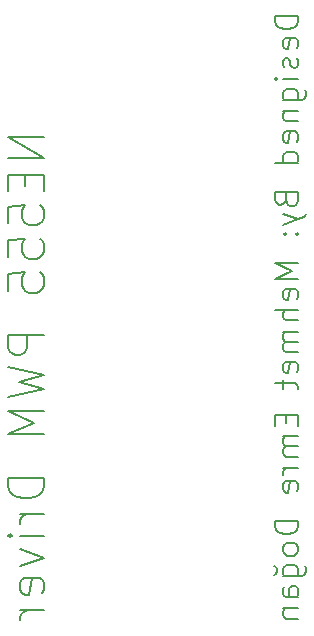
<source format=gbr>
%TF.GenerationSoftware,KiCad,Pcbnew,(6.0.2)*%
%TF.CreationDate,2022-03-20T02:44:05+03:00*%
%TF.ProjectId,NE555_PWM_Driver,4e453535-355f-4505-974d-5f4472697665,rev?*%
%TF.SameCoordinates,Original*%
%TF.FileFunction,Legend,Bot*%
%TF.FilePolarity,Positive*%
%FSLAX46Y46*%
G04 Gerber Fmt 4.6, Leading zero omitted, Abs format (unit mm)*
G04 Created by KiCad (PCBNEW (6.0.2)) date 2022-03-20 02:44:05*
%MOMM*%
%LPD*%
G01*
G04 APERTURE LIST*
%ADD10C,0.150000*%
G04 APERTURE END LIST*
D10*
X178904761Y-71476190D02*
X176904761Y-71476190D01*
X176904761Y-71952380D01*
X177000000Y-72238095D01*
X177190476Y-72428571D01*
X177380952Y-72523809D01*
X177761904Y-72619047D01*
X178047619Y-72619047D01*
X178428571Y-72523809D01*
X178619047Y-72428571D01*
X178809523Y-72238095D01*
X178904761Y-71952380D01*
X178904761Y-71476190D01*
X178809523Y-74238095D02*
X178904761Y-74047619D01*
X178904761Y-73666666D01*
X178809523Y-73476190D01*
X178619047Y-73380952D01*
X177857142Y-73380952D01*
X177666666Y-73476190D01*
X177571428Y-73666666D01*
X177571428Y-74047619D01*
X177666666Y-74238095D01*
X177857142Y-74333333D01*
X178047619Y-74333333D01*
X178238095Y-73380952D01*
X178809523Y-75095238D02*
X178904761Y-75285714D01*
X178904761Y-75666666D01*
X178809523Y-75857142D01*
X178619047Y-75952380D01*
X178523809Y-75952380D01*
X178333333Y-75857142D01*
X178238095Y-75666666D01*
X178238095Y-75380952D01*
X178142857Y-75190476D01*
X177952380Y-75095238D01*
X177857142Y-75095238D01*
X177666666Y-75190476D01*
X177571428Y-75380952D01*
X177571428Y-75666666D01*
X177666666Y-75857142D01*
X178904761Y-76809523D02*
X177571428Y-76809523D01*
X176904761Y-76809523D02*
X177000000Y-76714285D01*
X177095238Y-76809523D01*
X177000000Y-76904761D01*
X176904761Y-76809523D01*
X177095238Y-76809523D01*
X177571428Y-78619047D02*
X179190476Y-78619047D01*
X179380952Y-78523809D01*
X179476190Y-78428571D01*
X179571428Y-78238095D01*
X179571428Y-77952380D01*
X179476190Y-77761904D01*
X178809523Y-78619047D02*
X178904761Y-78428571D01*
X178904761Y-78047619D01*
X178809523Y-77857142D01*
X178714285Y-77761904D01*
X178523809Y-77666666D01*
X177952380Y-77666666D01*
X177761904Y-77761904D01*
X177666666Y-77857142D01*
X177571428Y-78047619D01*
X177571428Y-78428571D01*
X177666666Y-78619047D01*
X177571428Y-79571428D02*
X178904761Y-79571428D01*
X177761904Y-79571428D02*
X177666666Y-79666666D01*
X177571428Y-79857142D01*
X177571428Y-80142857D01*
X177666666Y-80333333D01*
X177857142Y-80428571D01*
X178904761Y-80428571D01*
X178809523Y-82142857D02*
X178904761Y-81952380D01*
X178904761Y-81571428D01*
X178809523Y-81380952D01*
X178619047Y-81285714D01*
X177857142Y-81285714D01*
X177666666Y-81380952D01*
X177571428Y-81571428D01*
X177571428Y-81952380D01*
X177666666Y-82142857D01*
X177857142Y-82238095D01*
X178047619Y-82238095D01*
X178238095Y-81285714D01*
X178904761Y-83952380D02*
X176904761Y-83952380D01*
X178809523Y-83952380D02*
X178904761Y-83761904D01*
X178904761Y-83380952D01*
X178809523Y-83190476D01*
X178714285Y-83095238D01*
X178523809Y-83000000D01*
X177952380Y-83000000D01*
X177761904Y-83095238D01*
X177666666Y-83190476D01*
X177571428Y-83380952D01*
X177571428Y-83761904D01*
X177666666Y-83952380D01*
X177857142Y-87095238D02*
X177952380Y-87380952D01*
X178047619Y-87476190D01*
X178238095Y-87571428D01*
X178523809Y-87571428D01*
X178714285Y-87476190D01*
X178809523Y-87380952D01*
X178904761Y-87190476D01*
X178904761Y-86428571D01*
X176904761Y-86428571D01*
X176904761Y-87095238D01*
X177000000Y-87285714D01*
X177095238Y-87380952D01*
X177285714Y-87476190D01*
X177476190Y-87476190D01*
X177666666Y-87380952D01*
X177761904Y-87285714D01*
X177857142Y-87095238D01*
X177857142Y-86428571D01*
X177571428Y-88238095D02*
X178904761Y-88714285D01*
X177571428Y-89190476D02*
X178904761Y-88714285D01*
X179380952Y-88523809D01*
X179476190Y-88428571D01*
X179571428Y-88238095D01*
X178714285Y-89952380D02*
X178809523Y-90047619D01*
X178904761Y-89952380D01*
X178809523Y-89857142D01*
X178714285Y-89952380D01*
X178904761Y-89952380D01*
X177666666Y-89952380D02*
X177761904Y-90047619D01*
X177857142Y-89952380D01*
X177761904Y-89857142D01*
X177666666Y-89952380D01*
X177857142Y-89952380D01*
X178904761Y-92428571D02*
X176904761Y-92428571D01*
X178333333Y-93095238D01*
X176904761Y-93761904D01*
X178904761Y-93761904D01*
X178809523Y-95476190D02*
X178904761Y-95285714D01*
X178904761Y-94904761D01*
X178809523Y-94714285D01*
X178619047Y-94619047D01*
X177857142Y-94619047D01*
X177666666Y-94714285D01*
X177571428Y-94904761D01*
X177571428Y-95285714D01*
X177666666Y-95476190D01*
X177857142Y-95571428D01*
X178047619Y-95571428D01*
X178238095Y-94619047D01*
X178904761Y-96428571D02*
X176904761Y-96428571D01*
X178904761Y-97285714D02*
X177857142Y-97285714D01*
X177666666Y-97190476D01*
X177571428Y-97000000D01*
X177571428Y-96714285D01*
X177666666Y-96523809D01*
X177761904Y-96428571D01*
X178904761Y-98238095D02*
X177571428Y-98238095D01*
X177761904Y-98238095D02*
X177666666Y-98333333D01*
X177571428Y-98523809D01*
X177571428Y-98809523D01*
X177666666Y-99000000D01*
X177857142Y-99095238D01*
X178904761Y-99095238D01*
X177857142Y-99095238D02*
X177666666Y-99190476D01*
X177571428Y-99380952D01*
X177571428Y-99666666D01*
X177666666Y-99857142D01*
X177857142Y-99952380D01*
X178904761Y-99952380D01*
X178809523Y-101666666D02*
X178904761Y-101476190D01*
X178904761Y-101095238D01*
X178809523Y-100904761D01*
X178619047Y-100809523D01*
X177857142Y-100809523D01*
X177666666Y-100904761D01*
X177571428Y-101095238D01*
X177571428Y-101476190D01*
X177666666Y-101666666D01*
X177857142Y-101761904D01*
X178047619Y-101761904D01*
X178238095Y-100809523D01*
X177571428Y-102333333D02*
X177571428Y-103095238D01*
X176904761Y-102619047D02*
X178619047Y-102619047D01*
X178809523Y-102714285D01*
X178904761Y-102904761D01*
X178904761Y-103095238D01*
X177857142Y-105285714D02*
X177857142Y-105952380D01*
X178904761Y-106238095D02*
X178904761Y-105285714D01*
X176904761Y-105285714D01*
X176904761Y-106238095D01*
X178904761Y-107095238D02*
X177571428Y-107095238D01*
X177761904Y-107095238D02*
X177666666Y-107190476D01*
X177571428Y-107380952D01*
X177571428Y-107666666D01*
X177666666Y-107857142D01*
X177857142Y-107952380D01*
X178904761Y-107952380D01*
X177857142Y-107952380D02*
X177666666Y-108047619D01*
X177571428Y-108238095D01*
X177571428Y-108523809D01*
X177666666Y-108714285D01*
X177857142Y-108809523D01*
X178904761Y-108809523D01*
X178904761Y-109761904D02*
X177571428Y-109761904D01*
X177952380Y-109761904D02*
X177761904Y-109857142D01*
X177666666Y-109952380D01*
X177571428Y-110142857D01*
X177571428Y-110333333D01*
X178809523Y-111761904D02*
X178904761Y-111571428D01*
X178904761Y-111190476D01*
X178809523Y-110999999D01*
X178619047Y-110904761D01*
X177857142Y-110904761D01*
X177666666Y-110999999D01*
X177571428Y-111190476D01*
X177571428Y-111571428D01*
X177666666Y-111761904D01*
X177857142Y-111857142D01*
X178047619Y-111857142D01*
X178238095Y-110904761D01*
X178904761Y-114238095D02*
X176904761Y-114238095D01*
X176904761Y-114714285D01*
X177000000Y-114999999D01*
X177190476Y-115190476D01*
X177380952Y-115285714D01*
X177761904Y-115380952D01*
X178047619Y-115380952D01*
X178428571Y-115285714D01*
X178619047Y-115190476D01*
X178809523Y-114999999D01*
X178904761Y-114714285D01*
X178904761Y-114238095D01*
X178904761Y-116523809D02*
X178809523Y-116333333D01*
X178714285Y-116238095D01*
X178523809Y-116142857D01*
X177952380Y-116142857D01*
X177761904Y-116238095D01*
X177666666Y-116333333D01*
X177571428Y-116523809D01*
X177571428Y-116809523D01*
X177666666Y-116999999D01*
X177761904Y-117095238D01*
X177952380Y-117190476D01*
X178523809Y-117190476D01*
X178714285Y-117095238D01*
X178809523Y-116999999D01*
X178904761Y-116809523D01*
X178904761Y-116523809D01*
X177571428Y-118904761D02*
X179190476Y-118904761D01*
X179380952Y-118809523D01*
X179476190Y-118714285D01*
X179571428Y-118523809D01*
X179571428Y-118238095D01*
X179476190Y-118047619D01*
X178809523Y-118904761D02*
X178904761Y-118714285D01*
X178904761Y-118333333D01*
X178809523Y-118142857D01*
X178714285Y-118047619D01*
X178523809Y-117952380D01*
X177952380Y-117952380D01*
X177761904Y-118047619D01*
X177666666Y-118142857D01*
X177571428Y-118333333D01*
X177571428Y-118714285D01*
X177666666Y-118904761D01*
X176809523Y-118047619D02*
X177000000Y-118142857D01*
X177095238Y-118333333D01*
X177095238Y-118523809D01*
X177000000Y-118714285D01*
X176809523Y-118809523D01*
X178904761Y-120714285D02*
X177857142Y-120714285D01*
X177666666Y-120619047D01*
X177571428Y-120428571D01*
X177571428Y-120047619D01*
X177666666Y-119857142D01*
X178809523Y-120714285D02*
X178904761Y-120523809D01*
X178904761Y-120047619D01*
X178809523Y-119857142D01*
X178619047Y-119761904D01*
X178428571Y-119761904D01*
X178238095Y-119857142D01*
X178142857Y-120047619D01*
X178142857Y-120523809D01*
X178047619Y-120714285D01*
X177571428Y-121666666D02*
X178904761Y-121666666D01*
X177761904Y-121666666D02*
X177666666Y-121761904D01*
X177571428Y-121952380D01*
X177571428Y-122238095D01*
X177666666Y-122428571D01*
X177857142Y-122523809D01*
X178904761Y-122523809D01*
X157357142Y-81785714D02*
X154357142Y-81785714D01*
X157357142Y-83500000D01*
X154357142Y-83500000D01*
X155785714Y-84928571D02*
X155785714Y-85928571D01*
X157357142Y-86357142D02*
X157357142Y-84928571D01*
X154357142Y-84928571D01*
X154357142Y-86357142D01*
X154357142Y-89071428D02*
X154357142Y-87642857D01*
X155785714Y-87500000D01*
X155642857Y-87642857D01*
X155500000Y-87928571D01*
X155500000Y-88642857D01*
X155642857Y-88928571D01*
X155785714Y-89071428D01*
X156071428Y-89214285D01*
X156785714Y-89214285D01*
X157071428Y-89071428D01*
X157214285Y-88928571D01*
X157357142Y-88642857D01*
X157357142Y-87928571D01*
X157214285Y-87642857D01*
X157071428Y-87500000D01*
X154357142Y-91928571D02*
X154357142Y-90500000D01*
X155785714Y-90357142D01*
X155642857Y-90500000D01*
X155500000Y-90785714D01*
X155500000Y-91500000D01*
X155642857Y-91785714D01*
X155785714Y-91928571D01*
X156071428Y-92071428D01*
X156785714Y-92071428D01*
X157071428Y-91928571D01*
X157214285Y-91785714D01*
X157357142Y-91500000D01*
X157357142Y-90785714D01*
X157214285Y-90500000D01*
X157071428Y-90357142D01*
X154357142Y-94785714D02*
X154357142Y-93357142D01*
X155785714Y-93214285D01*
X155642857Y-93357142D01*
X155500000Y-93642857D01*
X155500000Y-94357142D01*
X155642857Y-94642857D01*
X155785714Y-94785714D01*
X156071428Y-94928571D01*
X156785714Y-94928571D01*
X157071428Y-94785714D01*
X157214285Y-94642857D01*
X157357142Y-94357142D01*
X157357142Y-93642857D01*
X157214285Y-93357142D01*
X157071428Y-93214285D01*
X157357142Y-98500000D02*
X154357142Y-98500000D01*
X154357142Y-99642857D01*
X154500000Y-99928571D01*
X154642857Y-100071428D01*
X154928571Y-100214285D01*
X155357142Y-100214285D01*
X155642857Y-100071428D01*
X155785714Y-99928571D01*
X155928571Y-99642857D01*
X155928571Y-98500000D01*
X154357142Y-101214285D02*
X157357142Y-101928571D01*
X155214285Y-102500000D01*
X157357142Y-103071428D01*
X154357142Y-103785714D01*
X157357142Y-104928571D02*
X154357142Y-104928571D01*
X156500000Y-105928571D01*
X154357142Y-106928571D01*
X157357142Y-106928571D01*
X157357142Y-110642857D02*
X154357142Y-110642857D01*
X154357142Y-111357142D01*
X154500000Y-111785714D01*
X154785714Y-112071428D01*
X155071428Y-112214285D01*
X155642857Y-112357142D01*
X156071428Y-112357142D01*
X156642857Y-112214285D01*
X156928571Y-112071428D01*
X157214285Y-111785714D01*
X157357142Y-111357142D01*
X157357142Y-110642857D01*
X157357142Y-113642857D02*
X155357142Y-113642857D01*
X155928571Y-113642857D02*
X155642857Y-113785714D01*
X155500000Y-113928571D01*
X155357142Y-114214285D01*
X155357142Y-114500000D01*
X157357142Y-115500000D02*
X155357142Y-115500000D01*
X154357142Y-115500000D02*
X154500000Y-115357142D01*
X154642857Y-115500000D01*
X154500000Y-115642857D01*
X154357142Y-115500000D01*
X154642857Y-115500000D01*
X155357142Y-116642857D02*
X157357142Y-117357142D01*
X155357142Y-118071428D01*
X157214285Y-120357142D02*
X157357142Y-120071428D01*
X157357142Y-119500000D01*
X157214285Y-119214285D01*
X156928571Y-119071428D01*
X155785714Y-119071428D01*
X155500000Y-119214285D01*
X155357142Y-119500000D01*
X155357142Y-120071428D01*
X155500000Y-120357142D01*
X155785714Y-120500000D01*
X156071428Y-120500000D01*
X156357142Y-119071428D01*
X157357142Y-121785714D02*
X155357142Y-121785714D01*
X155928571Y-121785714D02*
X155642857Y-121928571D01*
X155500000Y-122071428D01*
X155357142Y-122357142D01*
X155357142Y-122642857D01*
M02*

</source>
